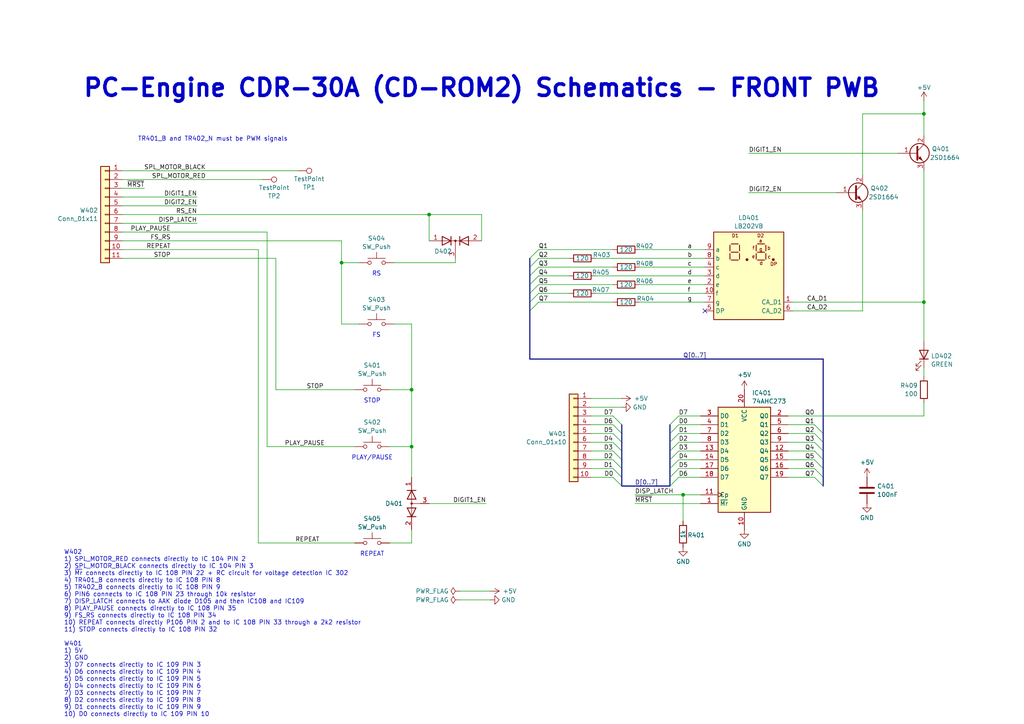
<source format=kicad_sch>
(kicad_sch (version 20231120) (generator "eeschema") (generator_version "8.0")
  (paper "A4")
  (title_block (title "PC-Engine CDR-30A (CD-ROM2) Schematics - FRONT PWB") (date "2024-05-03") (rev "0.1") (company "Author: Regis Galland"))
  (lib_symbols
    (symbol "74xx:74AHC273"
      (property "Reference" "U" (at -7.62 16.51 0))
      (property "Value" "74AHC273" (at -7.62 -16.51 0))
      (symbol "74AHC273_1_0"
        (pin input line (at -12.7 -12.7 0) (length 5.08) (name "~{Mr}") (number "1"))
        (pin power_in line (at 0 -20.32 90) (length 5.08) (name "GND") (number "10"))
        (pin input clock (at -12.7 -10.16 0) (length 5.08) (name "Cp") (number "11"))
        (pin output line (at 12.7 2.54 180) (length 5.08) (name "Q4") (number "12"))
        (pin input line (at -12.7 2.54 0) (length 5.08) (name "D4") (number "13"))
        (pin input line (at -12.7 0 0) (length 5.08) (name "D5") (number "14"))
        (pin output line (at 12.7 0 180) (length 5.08) (name "Q5") (number "15"))
        (pin output line (at 12.7 -2.54 180) (length 5.08) (name "Q6") (number "16"))
        (pin input line (at -12.7 -2.54 0) (length 5.08) (name "D6") (number "17"))
        (pin input line (at -12.7 -5.08 0) (length 5.08) (name "D7") (number "18"))
        (pin output line (at 12.7 -5.08 180) (length 5.08) (name "Q7") (number "19"))
        (pin output line (at 12.7 12.7 180) (length 5.08) (name "Q0") (number "2"))
        (pin power_in line (at 0 20.32 270) (length 5.08) (name "VCC") (number "20"))
        (pin input line (at -12.7 12.7 0) (length 5.08) (name "D0") (number "3"))
        (pin input line (at -12.7 10.16 0) (length 5.08) (name "D1") (number "4"))
        (pin output line (at 12.7 10.16 180) (length 5.08) (name "Q1") (number "5"))
        (pin output line (at 12.7 7.62 180) (length 5.08) (name "Q2") (number "6"))
        (pin input line (at -12.7 7.62 0) (length 5.08) (name "D2") (number "7"))
        (pin input line (at -12.7 5.08 0) (length 5.08) (name "D3") (number "8"))
        (pin output line (at 12.7 5.08 180) (length 5.08) (name "Q3") (number "9"))
      )
      (symbol "74AHC273_1_1"
        (rectangle (start -7.62 15.24) (end 7.62 -15.24) (stroke (width 0.254)) (fill (type background)))
      )
    )
    (symbol "Connector:TestPoint" (pin_numbers hide) (pin_names (offset 0.762) hide)
      (property "Reference" "TP" (at 0 6.858 0))
      (property "Value" "TestPoint" (at 0 5.08 0))
      (symbol "TestPoint_0_1"
        (circle (center 0 3.302) (radius 0.762))
      )
      (symbol "TestPoint_1_1"
        (pin passive line (at 0 0 90) (length 2.54) (name "1") (number "1"))
      )
    )
    (symbol "Connector_Generic:Conn_01x10" (pin_names (offset 1.016) hide)
      (property "Reference" "J" (at 0 12.7 0))
      (property "Value" "Conn_01x10" (at 0 -15.24 0))
      (symbol "Conn_01x10_1_1"
        (rectangle (start -1.27 -12.573) (end 0 -12.827) (stroke (width 0.1524)))
        (rectangle (start -1.27 -10.033) (end 0 -10.287) (stroke (width 0.1524)))
        (rectangle (start -1.27 -7.493) (end 0 -7.747) (stroke (width 0.1524)))
        (rectangle (start -1.27 -4.953) (end 0 -5.207) (stroke (width 0.1524)))
        (rectangle (start -1.27 -2.413) (end 0 -2.667) (stroke (width 0.1524)))
        (rectangle (start -1.27 0.127) (end 0 -0.127) (stroke (width 0.1524)))
        (rectangle (start -1.27 2.667) (end 0 2.413) (stroke (width 0.1524)))
        (rectangle (start -1.27 5.207) (end 0 4.953) (stroke (width 0.1524)))
        (rectangle (start -1.27 7.747) (end 0 7.493) (stroke (width 0.1524)))
        (rectangle (start -1.27 10.287) (end 0 10.033) (stroke (width 0.1524)))
        (rectangle (start -1.27 11.43) (end 1.27 -13.97) (stroke (width 0.254)) (fill (type background)))
        (pin passive line (at -5.08 10.16 0) (length 3.81) (name "Pin_1") (number "1"))
        (pin passive line (at -5.08 -12.7 0) (length 3.81) (name "Pin_10") (number "10"))
        (pin passive line (at -5.08 7.62 0) (length 3.81) (name "Pin_2") (number "2"))
        (pin passive line (at -5.08 5.08 0) (length 3.81) (name "Pin_3") (number "3"))
        (pin passive line (at -5.08 2.54 0) (length 3.81) (name "Pin_4") (number "4"))
        (pin passive line (at -5.08 0 0) (length 3.81) (name "Pin_5") (number "5"))
        (pin passive line (at -5.08 -2.54 0) (length 3.81) (name "Pin_6") (number "6"))
        (pin passive line (at -5.08 -5.08 0) (length 3.81) (name "Pin_7") (number "7"))
        (pin passive line (at -5.08 -7.62 0) (length 3.81) (name "Pin_8") (number "8"))
        (pin passive line (at -5.08 -10.16 0) (length 3.81) (name "Pin_9") (number "9"))
      )
    )
    (symbol "Connector_Generic:Conn_01x11" (pin_names (offset 1.016) hide)
      (property "Reference" "J" (at 0 15.24 0))
      (property "Value" "Conn_01x11" (at 0 -15.24 0))
      (symbol "Conn_01x11_1_1"
        (rectangle (start -1.27 -12.573) (end 0 -12.827) (stroke (width 0.1524)))
        (rectangle (start -1.27 -10.033) (end 0 -10.287) (stroke (width 0.1524)))
        (rectangle (start -1.27 -7.493) (end 0 -7.747) (stroke (width 0.1524)))
        (rectangle (start -1.27 -4.953) (end 0 -5.207) (stroke (width 0.1524)))
        (rectangle (start -1.27 -2.413) (end 0 -2.667) (stroke (width 0.1524)))
        (rectangle (start -1.27 0.127) (end 0 -0.127) (stroke (width 0.1524)))
        (rectangle (start -1.27 2.667) (end 0 2.413) (stroke (width 0.1524)))
        (rectangle (start -1.27 5.207) (end 0 4.953) (stroke (width 0.1524)))
        (rectangle (start -1.27 7.747) (end 0 7.493) (stroke (width 0.1524)))
        (rectangle (start -1.27 10.287) (end 0 10.033) (stroke (width 0.1524)))
        (rectangle (start -1.27 12.827) (end 0 12.573) (stroke (width 0.1524)))
        (rectangle (start -1.27 13.97) (end 1.27 -13.97) (stroke (width 0.254)) (fill (type background)))
        (pin passive line (at -5.08 12.7 0) (length 3.81) (name "Pin_1") (number "1"))
        (pin passive line (at -5.08 -10.16 0) (length 3.81) (name "Pin_10") (number "10"))
        (pin passive line (at -5.08 -12.7 0) (length 3.81) (name "Pin_11") (number "11"))
        (pin passive line (at -5.08 10.16 0) (length 3.81) (name "Pin_2") (number "2"))
        (pin passive line (at -5.08 7.62 0) (length 3.81) (name "Pin_3") (number "3"))
        (pin passive line (at -5.08 5.08 0) (length 3.81) (name "Pin_4") (number "4"))
        (pin passive line (at -5.08 2.54 0) (length 3.81) (name "Pin_5") (number "5"))
        (pin passive line (at -5.08 0 0) (length 3.81) (name "Pin_6") (number "6"))
        (pin passive line (at -5.08 -2.54 0) (length 3.81) (name "Pin_7") (number "7"))
        (pin passive line (at -5.08 -5.08 0) (length 3.81) (name "Pin_8") (number "8"))
        (pin passive line (at -5.08 -7.62 0) (length 3.81) (name "Pin_9") (number "9"))
      )
    )
    (symbol "Device:C" (pin_numbers hide) (pin_names (offset 0.254))
      (property "Reference" "C" (at 0.635 2.54 0))
      (property "Value" "C" (at 0.635 -2.54 0))
      (symbol "C_0_1"
        (polyline (pts (xy -2.032 -0.762) (xy 2.032 -0.762)) (stroke (width 0.508)))
        (polyline (pts (xy -2.032 0.762) (xy 2.032 0.762)) (stroke (width 0.508)))
      )
      (symbol "C_1_1"
        (pin passive line (at 0 3.81 270) (length 2.794) (name "~") (number "1"))
        (pin passive line (at 0 -3.81 90) (length 2.794) (name "~") (number "2"))
      )
    )
    (symbol "Device:D_Dual_CommonAnode_KKA" (pin_names (offset 0.762) hide)
      (property "Reference" "D" (at 1.27 -2.54 0))
      (property "Value" "D_Dual_CommonAnode_KKA" (at 0 2.54 0))
      (symbol "D_Dual_CommonAnode_KKA_0_1"
        (polyline (pts (xy -3.81 0) (xy 3.81 0)))
        (polyline (pts (xy 0 0) (xy 0 -2.54)))
        (polyline (pts (xy -3.81 1.27) (xy -3.81 -1.27) (xy -3.81 -1.27)) (stroke (width 0.254)))
        (polyline (pts (xy 3.81 1.27) (xy 3.81 -1.27) (xy 3.81 -1.27)) (stroke (width 0.254)))
        (polyline (pts (xy -1.27 -1.27) (xy -3.81 0) (xy -1.27 1.27) (xy -1.27 -1.27) (xy -1.27 -1.27) (xy -1.27 -1.27)) (stroke (width 0.254)))
        (polyline (pts (xy 1.27 1.27) (xy 3.81 0) (xy 1.27 -1.27) (xy 1.27 1.27) (xy 1.27 1.27) (xy 1.27 1.27)) (stroke (width 0.254)))
        (circle (center 0 0) (radius 0.254) (fill (type outline)))
        (pin passive line (at -7.62 0 0) (length 3.81) (name "K") (number "1"))
        (pin passive line (at 7.62 0 180) (length 3.81) (name "K") (number "2"))
        (pin passive line (at 0 -5.08 90) (length 2.54) (name "A") (number "3"))
      )
    )
    (symbol "Device:D_Dual_CommonCathode_AAK" (pin_names (offset 0.762) hide)
      (property "Reference" "D" (at 1.27 -2.54 0))
      (property "Value" "D_Dual_CommonCathode_AAK" (at 0 2.54 0))
      (symbol "D_Dual_CommonCathode_AAK_0_1"
        (polyline (pts (xy -3.81 0) (xy 3.81 0)))
        (polyline (pts (xy 0 0) (xy 0 -2.54)))
        (polyline (pts (xy -1.27 -1.27) (xy -1.27 1.27) (xy -1.27 1.27)) (stroke (width 0.254)))
        (polyline (pts (xy 1.27 -1.27) (xy 1.27 1.27) (xy 1.27 1.27)) (stroke (width 0.254)))
        (polyline (pts (xy -3.81 1.27) (xy -1.27 0) (xy -3.81 -1.27) (xy -3.81 1.27) (xy -3.81 1.27) (xy -3.81 1.27)) (stroke (width 0.254)))
        (polyline (pts (xy 3.81 -1.27) (xy 1.27 0) (xy 3.81 1.27) (xy 3.81 -1.27) (xy 3.81 -1.27) (xy 3.81 -1.27)) (stroke (width 0.254)))
        (circle (center 0 0) (radius 0.254) (fill (type outline)))
        (pin passive line (at -7.62 0 0) (length 3.81) (name "A") (number "1"))
        (pin passive line (at 7.62 0 180) (length 3.81) (name "A") (number "2"))
        (pin passive line (at 0 -5.08 90) (length 2.54) (name "K") (number "3"))
      )
    )
    (symbol "Device:LED" (pin_numbers hide) (pin_names (offset 1.016) hide)
      (property "Reference" "D" (at 0 2.54 0))
      (property "Value" "LED" (at 0 -2.54 0))
      (symbol "LED_0_1"
        (polyline (pts (xy -1.27 -1.27) (xy -1.27 1.27)) (stroke (width 0.254)))
        (polyline (pts (xy -1.27 0) (xy 1.27 0)))
        (polyline (pts (xy 1.27 -1.27) (xy 1.27 1.27) (xy -1.27 0) (xy 1.27 -1.27)) (stroke (width 0.254)))
        (polyline (pts (xy -3.048 -0.762) (xy -4.572 -2.286) (xy -3.81 -2.286) (xy -4.572 -2.286) (xy -4.572 -1.524)))
        (polyline (pts (xy -1.778 -0.762) (xy -3.302 -2.286) (xy -2.54 -2.286) (xy -3.302 -2.286) (xy -3.302 -1.524)))
      )
      (symbol "LED_1_1"
        (pin passive line (at -3.81 0 0) (length 2.54) (name "K") (number "1"))
        (pin passive line (at 3.81 0 180) (length 2.54) (name "A") (number "2"))
      )
    )
    (symbol "Device:R" (pin_numbers hide) (pin_names (offset 0))
      (property "Reference" "R" (at 2.032 0 90))
      (property "Value" "R" (at 0 0 90))
      (symbol "R_0_1"
        (rectangle (start -1.016 -2.54) (end 1.016 2.54) (stroke (width 0.254)))
      )
      (symbol "R_1_1"
        (pin passive line (at 0 3.81 270) (length 1.27) (name "~") (number "1"))
        (pin passive line (at 0 -3.81 90) (length 1.27) (name "~") (number "2"))
      )
    )
    (symbol "PC-Engine_CDR-30:2SD1664" (pin_names hide)
      (property "Reference" "Q" (at 10.668 1.016 0))
      (property "Value" "2SD1664" (at 13.716 -1.27 0))
      (symbol "2SD1664_0_1"
        (polyline (pts (xy 5.08 0) (xy 5.715 0)))
        (polyline (pts (xy 7.62 -2.54) (xy 5.715 -0.635)))
        (polyline (pts (xy 7.62 2.54) (xy 5.715 0.635)))
        (polyline (pts (xy 5.715 1.905) (xy 5.715 -1.905) (xy 5.715 -1.905)) (stroke (width 0.508)) (fill (type outline)))
        (polyline (pts (xy 6.604 -1.016) (xy 6.096 -1.524) (xy 7.112 -2.032) (xy 6.604 -1.016) (xy 6.604 -1.016)) (fill (type outline)))
        (circle (center 6.35 0) (radius 2.8194) (stroke (width 0.254)))
      )
      (symbol "2SD1664_1_1"
        (pin input line (at 0 0 0) (length 5.08) (name "B") (number "1"))
        (pin passive line (at 7.62 5.08 270) (length 2.54) (name "C") (number "2"))
        (pin passive line (at 7.62 -5.08 90) (length 2.54) (name "E") (number "3"))
      )
    )
    (symbol "PC-Engine_CDR-30:LB202VB"
      (property "Reference" "LD" (at 0 16.8445 0))
      (property "Value" "LB202VB" (at 0 14.4202 0))
      (symbol "LB202VB_0_0"
        (text "a" (at 3.4544 10.1854 0) (effects (font (size 0.9906 0.9906))))
        (text "b" (at 5.842 8.0772 0) (effects (font (size 0.9906 0.9906))))
        (text "c" (at 5.9436 5.5372 0) (effects (font (size 0.9906 0.9906))))
        (text "d" (at 3.6068 3.683 0) (effects (font (size 0.9906 0.9906))))
        (text "D1" (at -3.937 11.684 0) (effects (font (size 0.9906 0.9906))))
        (text "D2" (at 3.429 11.684 0) (effects (font (size 0.9906 0.9906))))
        (text "DP" (at 7.239 3.429 0) (effects (font (size 0.9906 0.9906))))
        (text "e" (at 1.3716 5.6388 0) (effects (font (size 0.9906 0.9906))))
        (text "f" (at 1.3716 8.1026 0) (effects (font (size 0.9906 0.9906))))
        (text "g" (at 3.5052 7.7216 0) (effects (font (size 0.9906 0.9906))))
      )
      (symbol "LB202VB_0_1"
        (rectangle (start -10.16 12.7) (end 10.16 -12.7) (stroke (width 0.254)) (fill (type background)))
        (circle (center -0.508 4.699) (radius 0.2794) (stroke (width 0.254)) (fill (type outline)))
        (polyline (pts (xy -5.461 4.826) (xy -5.461 6.477)) (stroke (width 0.254)))
        (polyline (pts (xy -5.461 7.239) (xy -5.461 8.89)) (stroke (width 0.254)))
        (polyline (pts (xy -5.08 4.572) (xy -3.048 4.572)) (stroke (width 0.254)))
        (polyline (pts (xy -5.08 6.858) (xy -3.048 6.858)) (stroke (width 0.254)))
        (polyline (pts (xy -5.08 9.271) (xy -3.048 9.271)) (stroke (width 0.254)))
        (polyline (pts (xy -2.667 4.826) (xy -2.667 6.477)) (stroke (width 0.254)))
        (polyline (pts (xy -2.667 7.239) (xy -2.667 8.89)) (stroke (width 0.254)))
        (polyline (pts (xy 2.159 4.826) (xy 2.159 6.477)) (stroke (width 0.254)))
        (polyline (pts (xy 2.159 7.239) (xy 2.159 8.89)) (stroke (width 0.254)))
        (polyline (pts (xy 2.54 4.572) (xy 4.572 4.572)) (stroke (width 0.254)))
        (polyline (pts (xy 2.54 6.858) (xy 4.572 6.858)) (stroke (width 0.254)))
        (polyline (pts (xy 2.54 9.271) (xy 4.572 9.271)) (stroke (width 0.254)))
        (polyline (pts (xy 4.953 4.826) (xy 4.953 6.477)) (stroke (width 0.254)))
        (polyline (pts (xy 4.953 7.239) (xy 4.953 8.89)) (stroke (width 0.254)))
        (circle (center 7.112 4.699) (radius 0.2794) (stroke (width 0.254)) (fill (type outline)))
      )
      (symbol "LB202VB_1_1"
        (pin input line (at 12.7 -7.62 180) (length 2.54) (name "CA_D1") (number "1"))
        (pin input line (at -12.7 -5.08 0) (length 2.54) (name "f") (number "10"))
        (pin input line (at -12.7 -2.54 0) (length 2.54) (name "e") (number "2"))
        (pin input line (at -12.7 0 0) (length 2.54) (name "d") (number "3"))
        (pin input line (at -12.7 2.54 0) (length 2.54) (name "c") (number "4"))
        (pin input line (at -12.7 -10.16 0) (length 2.54) (name "DP") (number "5"))
        (pin input line (at 12.7 -10.16 180) (length 2.54) (name "CA_D2") (number "6"))
        (pin input line (at -12.7 -7.62 0) (length 2.54) (name "g") (number "7"))
        (pin input line (at -12.7 5.08 0) (length 2.54) (name "b") (number "8"))
        (pin input line (at -12.7 7.62 0) (length 2.54) (name "a") (number "9"))
      )
    )
    (symbol "Switch:SW_Push" (pin_numbers hide) (pin_names (offset 1.016) hide)
      (property "Reference" "SW" (at 1.27 2.54 0))
      (property "Value" "SW_Push" (at 0 -1.524 0))
      (symbol "SW_Push_0_1"
        (circle (center -2.032 0) (radius 0.508))
        (polyline (pts (xy 0 1.27) (xy 0 3.048)))
        (polyline (pts (xy 2.54 1.27) (xy -2.54 1.27)))
        (circle (center 2.032 0) (radius 0.508))
        (pin passive line (at -5.08 0 0) (length 2.54) (name "1") (number "1"))
        (pin passive line (at 5.08 0 180) (length 2.54) (name "2") (number "2"))
      )
    )
    (symbol "power:+5V" (power) (pin_numbers hide) (pin_names (offset 0) hide)
      (property "Value" "+5V" (at 0 3.556 0))
      (symbol "+5V_0_1"
        (polyline (pts (xy -0.762 1.27) (xy 0 2.54)))
        (polyline (pts (xy 0 0) (xy 0 2.54)))
        (polyline (pts (xy 0 2.54) (xy 0.762 1.27)))
      )
      (symbol "+5V_1_1"
        (pin power_in line (at 0 0 90) (length 0) (name "~") (number "1"))
      )
    )
    (symbol "power:GND" (power) (pin_numbers hide) (pin_names (offset 0) hide)
      (property "Value" "GND" (at 0 -3.81 0))
      (symbol "GND_0_1"
        (polyline (pts (xy 0 0) (xy 0 -1.27) (xy 1.27 -1.27) (xy 0 -2.54) (xy -1.27 -1.27) (xy 0 -1.27)))
      )
      (symbol "GND_1_1"
        (pin power_in line (at 0 0 270) (length 0) (name "~") (number "1"))
      )
    )
    (symbol "power:PWR_FLAG" (power) (pin_numbers hide) (pin_names (offset 0) hide)
      (property "Value" "PWR_FLAG" (at 0 3.81 0))
      (symbol "PWR_FLAG_0_0"
        (pin power_out line (at 0 0 90) (length 0) (name "~") (number "1"))
      )
      (symbol "PWR_FLAG_0_1"
        (polyline (pts (xy 0 0) (xy 0 1.27) (xy -1.016 1.905) (xy 0 2.54) (xy 1.016 1.905) (xy 0 1.27)))
      )
    )
  )
  (junction (at 198.12 143.51))
  (junction (at 119.38 113.03))
  (junction (at 267.97 87.63))
  (junction (at 99.06 76.2))
  (junction (at 119.38 129.54))
  (junction (at 267.97 33.02))
  (junction (at 124.46 62.23))
  (no_connect (at 204.47 90.17))
  (bus_entry (at 177.8 130.81) (size 2.54 2.54))
  (bus_entry (at 177.8 125.73) (size 2.54 2.54))
  (bus_entry (at 196.85 135.89) (size -2.54 2.54))
  (bus_entry (at 156.21 80.01) (size -2.54 2.54))
  (bus_entry (at 196.85 133.35) (size -2.54 2.54))
  (bus_entry (at 177.8 128.27) (size 2.54 2.54))
  (bus_entry (at 236.22 125.73) (size 2.54 2.54))
  (bus_entry (at 236.22 130.81) (size 2.54 2.54))
  (bus_entry (at 196.85 138.43) (size -2.54 2.54))
  (bus_entry (at 236.22 128.27) (size 2.54 2.54))
  (bus_entry (at 236.22 133.35) (size 2.54 2.54))
  (bus_entry (at 156.21 82.55) (size -2.54 2.54))
  (bus_entry (at 177.8 138.43) (size 2.54 2.54))
  (bus_entry (at 156.21 74.93) (size -2.54 2.54))
  (bus_entry (at 196.85 128.27) (size -2.54 2.54))
  (bus_entry (at 196.85 130.81) (size -2.54 2.54))
  (bus_entry (at 236.22 135.89) (size 2.54 2.54))
  (bus_entry (at 236.22 123.19) (size 2.54 2.54))
  (bus_entry (at 177.8 123.19) (size 2.54 2.54))
  (bus_entry (at 156.21 77.47) (size -2.54 2.54))
  (bus_entry (at 177.8 120.65) (size 2.54 2.54))
  (bus_entry (at 156.21 72.39) (size -2.54 2.54))
  (bus_entry (at 177.8 135.89) (size 2.54 2.54))
  (bus_entry (at 177.8 133.35) (size 2.54 2.54))
  (bus_entry (at 196.85 123.19) (size -2.54 2.54))
  (bus_entry (at 236.22 138.43) (size 2.54 2.54))
  (bus_entry (at 156.21 85.09) (size -2.54 2.54))
  (bus_entry (at 156.21 87.63) (size -2.54 2.54))
  (bus_entry (at 196.85 125.73) (size -2.54 2.54))
  (bus_entry (at 196.85 120.65) (size -2.54 2.54))
  (wire (pts (xy 119.38 157.48) (xy 113.03 157.48)))
  (wire (pts (xy 57.15 57.15) (xy 35.56 57.15)))
  (wire (pts (xy 171.45 118.11) (xy 180.34 118.11)))
  (bus (pts (xy 180.34 128.27) (xy 180.34 130.81)))
  (wire (pts (xy 133.35 173.99) (xy 142.24 173.99)))
  (bus (pts (xy 194.31 133.35) (xy 194.31 135.89)))
  (wire (pts (xy 57.15 59.69) (xy 35.56 59.69)))
  (bus (pts (xy 180.34 125.73) (xy 180.34 128.27)))
  (wire (pts (xy 124.46 62.23) (xy 124.46 69.85)))
  (wire (pts (xy 156.21 85.09) (xy 165.1 85.09)))
  (wire (pts (xy 77.47 67.31) (xy 77.47 129.54)))
  (wire (pts (xy 172.72 85.09) (xy 204.47 85.09)))
  (wire (pts (xy 229.87 87.63) (xy 267.97 87.63)))
  (wire (pts (xy 198.12 143.51) (xy 203.2 143.51)))
  (wire (pts (xy 267.97 39.37) (xy 267.97 33.02)))
  (wire (pts (xy 156.21 87.63) (xy 177.8 87.63)))
  (bus (pts (xy 180.34 130.81) (xy 180.34 133.35)))
  (wire (pts (xy 217.17 55.88) (xy 242.57 55.88)))
  (wire (pts (xy 99.06 93.98) (xy 104.14 93.98)))
  (wire (pts (xy 156.21 72.39) (xy 177.8 72.39)))
  (wire (pts (xy 74.93 72.39) (xy 35.56 72.39)))
  (bus (pts (xy 238.76 128.27) (xy 238.76 130.81)))
  (wire (pts (xy 196.85 138.43) (xy 203.2 138.43)))
  (bus (pts (xy 180.34 135.89) (xy 180.34 138.43)))
  (bus (pts (xy 153.67 82.55) (xy 153.67 85.09)))
  (wire (pts (xy 156.21 82.55) (xy 177.8 82.55)))
  (wire (pts (xy 185.42 87.63) (xy 204.47 87.63)))
  (wire (pts (xy 196.85 125.73) (xy 203.2 125.73)))
  (wire (pts (xy 156.21 77.47) (xy 177.8 77.47)))
  (bus (pts (xy 153.67 80.01) (xy 153.67 82.55)))
  (bus (pts (xy 238.76 135.89) (xy 238.76 138.43)))
  (wire (pts (xy 198.12 151.13) (xy 198.12 143.51)))
  (wire (pts (xy 119.38 113.03) (xy 119.38 129.54)))
  (bus (pts (xy 194.31 130.81) (xy 194.31 133.35)))
  (wire (pts (xy 236.22 128.27) (xy 228.6 128.27)))
  (wire (pts (xy 156.21 74.93) (xy 165.1 74.93)))
  (wire (pts (xy 196.85 130.81) (xy 203.2 130.81)))
  (wire (pts (xy 229.87 90.17) (xy 250.19 90.17)))
  (wire (pts (xy 139.7 62.23) (xy 124.46 62.23)))
  (wire (pts (xy 35.56 69.85) (xy 99.06 69.85)))
  (bus (pts (xy 180.34 140.97) (xy 194.31 140.97)))
  (wire (pts (xy 119.38 93.98) (xy 119.38 113.03)))
  (wire (pts (xy 236.22 133.35) (xy 228.6 133.35)))
  (wire (pts (xy 99.06 69.85) (xy 99.06 76.2)))
  (wire (pts (xy 77.47 67.31) (xy 35.56 67.31)))
  (wire (pts (xy 185.42 77.47) (xy 204.47 77.47)))
  (wire (pts (xy 236.22 130.81) (xy 228.6 130.81)))
  (bus (pts (xy 194.31 135.89) (xy 194.31 138.43)))
  (wire (pts (xy 177.8 130.81) (xy 171.45 130.81)))
  (wire (pts (xy 74.93 157.48) (xy 102.87 157.48)))
  (wire (pts (xy 267.97 87.63) (xy 267.97 99.06)))
  (wire (pts (xy 185.42 72.39) (xy 204.47 72.39)))
  (wire (pts (xy 172.72 74.93) (xy 204.47 74.93)))
  (bus (pts (xy 153.67 104.14) (xy 238.76 104.14)))
  (bus (pts (xy 194.31 123.19) (xy 194.31 125.73)))
  (wire (pts (xy 250.19 33.02) (xy 267.97 33.02)))
  (bus (pts (xy 153.67 77.47) (xy 153.67 80.01)))
  (wire (pts (xy 140.97 146.05) (xy 124.46 146.05)))
  (bus (pts (xy 153.67 104.14) (xy 153.67 90.17)))
  (wire (pts (xy 177.8 123.19) (xy 171.45 123.19)))
  (wire (pts (xy 228.6 120.65) (xy 267.97 120.65)))
  (wire (pts (xy 99.06 76.2) (xy 99.06 93.98)))
  (wire (pts (xy 80.01 113.03) (xy 102.87 113.03)))
  (wire (pts (xy 99.06 76.2) (xy 104.14 76.2)))
  (wire (pts (xy 185.42 82.55) (xy 204.47 82.55)))
  (bus (pts (xy 238.76 133.35) (xy 238.76 135.89)))
  (wire (pts (xy 250.19 60.96) (xy 250.19 90.17)))
  (wire (pts (xy 171.45 115.57) (xy 180.34 115.57)))
  (bus (pts (xy 153.67 87.63) (xy 153.67 90.17)))
  (wire (pts (xy 267.97 116.84) (xy 267.97 120.65)))
  (wire (pts (xy 74.93 72.39) (xy 74.93 157.48)))
  (wire (pts (xy 139.7 69.85) (xy 139.7 62.23)))
  (wire (pts (xy 172.72 80.01) (xy 204.47 80.01)))
  (bus (pts (xy 238.76 125.73) (xy 238.76 128.27)))
  (bus (pts (xy 153.67 85.09) (xy 153.67 87.63)))
  (wire (pts (xy 177.8 135.89) (xy 171.45 135.89)))
  (wire (pts (xy 57.15 64.77) (xy 35.56 64.77)))
  (bus (pts (xy 180.34 138.43) (xy 180.34 140.97)))
  (bus (pts (xy 194.31 125.73) (xy 194.31 128.27)))
  (wire (pts (xy 236.22 138.43) (xy 228.6 138.43)))
  (bus (pts (xy 180.34 133.35) (xy 180.34 135.89)))
  (bus (pts (xy 238.76 130.81) (xy 238.76 133.35)))
  (wire (pts (xy 267.97 87.63) (xy 267.97 49.53)))
  (wire (pts (xy 86.36 49.53) (xy 35.56 49.53)))
  (wire (pts (xy 77.47 129.54) (xy 102.87 129.54)))
  (wire (pts (xy 184.15 146.05) (xy 203.2 146.05)))
  (wire (pts (xy 267.97 29.21) (xy 267.97 33.02)))
  (wire (pts (xy 119.38 157.48) (xy 119.38 153.67)))
  (bus (pts (xy 238.76 138.43) (xy 238.76 140.97)))
  (wire (pts (xy 119.38 129.54) (xy 113.03 129.54)))
  (wire (pts (xy 114.3 76.2) (xy 132.08 76.2)))
  (wire (pts (xy 156.21 80.01) (xy 165.1 80.01)))
  (wire (pts (xy 236.22 125.73) (xy 228.6 125.73)))
  (wire (pts (xy 250.19 33.02) (xy 250.19 50.8)))
  (bus (pts (xy 194.31 138.43) (xy 194.31 140.97)))
  (wire (pts (xy 196.85 128.27) (xy 203.2 128.27)))
  (wire (pts (xy 196.85 120.65) (xy 203.2 120.65)))
  (wire (pts (xy 196.85 123.19) (xy 203.2 123.19)))
  (wire (pts (xy 80.01 74.93) (xy 35.56 74.93)))
  (wire (pts (xy 236.22 135.89) (xy 228.6 135.89)))
  (wire (pts (xy 177.8 138.43) (xy 171.45 138.43)))
  (bus (pts (xy 194.31 128.27) (xy 194.31 130.81)))
  (wire (pts (xy 184.15 143.51) (xy 198.12 143.51)))
  (wire (pts (xy 114.3 93.98) (xy 119.38 93.98)))
  (wire (pts (xy 177.8 125.73) (xy 171.45 125.73)))
  (bus (pts (xy 180.34 123.19) (xy 180.34 125.73)))
  (wire (pts (xy 217.17 44.45) (xy 260.35 44.45)))
  (wire (pts (xy 267.97 106.68) (xy 267.97 109.22)))
  (wire (pts (xy 236.22 123.19) (xy 228.6 123.19)))
  (wire (pts (xy 177.8 133.35) (xy 171.45 133.35)))
  (wire (pts (xy 196.85 135.89) (xy 203.2 135.89)))
  (wire (pts (xy 124.46 62.23) (xy 35.56 62.23)))
  (wire (pts (xy 177.8 120.65) (xy 171.45 120.65)))
  (bus (pts (xy 153.67 74.93) (xy 153.67 77.47)))
  (wire (pts (xy 119.38 113.03) (xy 113.03 113.03)))
  (wire (pts (xy 80.01 74.93) (xy 80.01 113.03)))
  (wire (pts (xy 177.8 128.27) (xy 171.45 128.27)))
  (wire (pts (xy 41.91 54.61) (xy 35.56 54.61)))
  (wire (pts (xy 76.2 52.07) (xy 35.56 52.07)))
  (wire (pts (xy 196.85 133.35) (xy 203.2 133.35)))
  (wire (pts (xy 132.08 74.93) (xy 132.08 76.2)))
  (wire (pts (xy 133.35 171.45) (xy 142.24 171.45)))
  (bus (pts (xy 238.76 104.14) (xy 238.76 125.73)))
  (wire (pts (xy 119.38 129.54) (xy 119.38 138.43)))
  (text "TR401_B and TR402_N must be PWM signals" (at 61.722 40.386 0) (effects (font (size 1.27 1.27))))
  (text "STOP" (at 107.95 116.332 0) (effects (font (size 1.27 1.27))))
  (text "FS" (at 109.22 97.282 0) (effects (font (size 1.27 1.27))))
  (text "W402\n1) SPL_MOTOR_RED connects directly to IC 104 PIN 2\n2) SPL_MOTOR_BLACK connects directly to IC 104 PIN 3\n3) ~{Mr} connects directly to IC 108 PIN 22 + RC circuit for voltage detection IC 302\n4) TR401_B connects directly to IC 108 PIN 8\n5) TR402_B connects directly to IC 108 PIN 9\n6) PIN6 connects to IC 108 PIN 23 through 10k resistor\n7) DISP_LATCH connects to AAK diode D105 and then IC108 and IC109\n8) PLAY_PAUSE connects directly to IC 108 PIN 35\n9) FS_RS connects directly to IC 108 PIN 34\n10) REPEAT connects directly P106 PIN 2 and to IC 108 PIN 33 through a 2k2 resistor\n11) STOP connects directly to IC 108 PIN 32 \n\nW401\n1) 5V\n2) GND\n3) D7 connects directly to IC 109 PIN 3\n4) D6 connects directly to IC 109 PIN 4\n5) D5 connects directly to IC 109 PIN 5\n6) D4 connects directly to IC 109 PIN 6\n7) D3 connects directly to IC 109 PIN 7\n8) D2 connects directly to IC 109 PIN 8\n9) D1 connects directly to IC 109 PIN 9\n10) D0 connects directly to IC 109 PIN 10" (at 18.542 208.026 0) (effects (font (size 1.27 1.27)) (justify left bottom)))
  (text "RS" (at 109.22 79.502 0) (effects (font (size 1.27 1.27))))
  (text "REPEAT" (at 107.95 160.782 0) (effects (font (size 1.27 1.27))))
  (text "PLAY/PAUSE" (at 107.95 132.842 0) (effects (font (size 1.27 1.27))))
  (text "PC-Engine CDR-30A (CD-ROM2) Schematics - FRONT PWB" (at 139.7 25.654 0) (effects (font (size 5 5) (thickness 1) (bold yes))))
  (label "FS_RS" (at 49.53 69.85 180))
  (label "Q6" (at 236.22 135.89 180))
  (label "b" (at 199.39 74.93 0))
  (label "~{MRST}" (at 184.15 146.05 0))
  (label "D4" (at 196.85 133.35 0))
  (label "Q5" (at 156.21 82.55 0))
  (label "SPL_MOTOR_BLACK" (at 59.69 49.53 180))
  (label "Q2" (at 156.21 74.93 0))
  (label "Q5" (at 236.22 133.35 180))
  (label "DIGIT1_EN" (at 140.97 146.05 180))
  (label "REPEAT" (at 49.53 72.39 180))
  (label "D2" (at 196.85 128.27 0))
  (label "DIGIT1_EN" (at 217.17 44.45 0))
  (label "DIGIT1_EN" (at 57.15 57.15 180))
  (label "Q7" (at 236.22 138.43 180))
  (label "D6" (at 196.85 138.43 0))
  (label "D7" (at 196.85 120.65 0))
  (label "RS_EN" (at 57.15 62.23 180))
  (label "g" (at 199.39 87.63 0))
  (label "D3" (at 196.85 130.81 0))
  (label "D7" (at 177.8 120.65 180))
  (label "Q7" (at 156.21 87.63 0))
  (label "a" (at 199.39 72.39 0))
  (label "D2" (at 177.8 133.35 180))
  (label "D0" (at 175.26 138.43 0))
  (label "D0" (at 196.85 123.19 0))
  (label "CA_D2" (at 240.03 90.17 180))
  (label "c" (at 199.39 77.47 0))
  (label "DIGIT2_EN" (at 217.17 55.88 0))
  (label "Q0" (at 236.22 120.65 180))
  (label "STOP" (at 88.9 113.03 0))
  (label "D4" (at 177.8 128.27 180))
  (label "Q2" (at 236.22 125.73 180))
  (label "Q1" (at 156.21 72.39 0))
  (label "f" (at 199.39 85.09 0))
  (label "~{MRST}" (at 41.91 54.61 180))
  (label "d" (at 199.39 80.01 0))
  (label "Q[0..7]" (at 198.12 104.14 0))
  (label "Q6" (at 156.21 85.09 0))
  (label "Q4" (at 236.22 130.81 180))
  (label "Q3" (at 156.21 77.47 0))
  (label "Q1" (at 236.22 123.19 180))
  (label "D[0..7]" (at 184.15 140.97 0))
  (label "e" (at 199.39 82.55 0))
  (label "D1" (at 196.85 125.73 0))
  (label "D6" (at 177.8 123.19 180))
  (label "Q4" (at 156.21 80.01 0))
  (label "STOP" (at 49.53 74.93 180))
  (label "CA_D1" (at 240.03 87.63 180))
  (label "Q3" (at 236.22 128.27 180))
  (label "D5" (at 177.8 125.73 180))
  (label "DISP_LATCH" (at 57.15 64.77 180))
  (label "DISP_LATCH" (at 184.15 143.51 0))
  (label "D3" (at 177.8 130.81 180))
  (label "PLAY_PAUSE" (at 82.55 129.54 0))
  (label "D1" (at 177.8 135.89 180))
  (label "DIGIT2_EN" (at 57.15 59.69 180))
  (label "REPEAT" (at 92.71 157.48 180))
  (label "PLAY_PAUSE" (at 49.53 67.31 180))
  (label "SPL_MOTOR_RED" (at 59.69 52.07 180))
  (label "D5" (at 196.85 135.89 0))
  (symbol (lib_id "power:+5V") (at 215.9 113.03 0) (unit 1)
    (property "Reference" "#PWR02" (effects (hide yes)))
    (property "Value" "+5V" (at 215.9 108.712 0))
    (property "Description" "Power symbol creates a global label with name \"+5V\"" (effects (hide yes)))
  )
  (symbol (lib_id "Device:D_Dual_CommonAnode_KKA") (at 119.38 146.05 90) (mirror x) (unit 1)
    (property "Reference" "D401" (at 114.3 146.05 90))
    (property "Value" "D_Zener_Dual_CommonAnode_KKA" (effects (hide yes)))
    (property "Footprint" "Package_TO_SOT_SMD:SOT-23" (effects (hide yes)))
    (property "Description" "Dual diode, common anode on pin 3" (effects (hide yes)))
  )
  (symbol (lib_id "Device:R") (at 181.61 72.39 90) (unit 1)
    (property "Reference" "R402" (at 186.944 71.374 90))
    (property "Value" "120" (at 181.61 72.39 90))
    (property "Footprint" "Resistor_SMD:R_0805_2012Metric" (effects (hide yes)))
    (property "Description" "Resistor" (effects (hide yes)))
  )
  (symbol (lib_id "Connector:TestPoint") (at 76.2 52.07 270) (unit 1)
    (property "Reference" "TP2" (at 79.502 56.8495 90))
    (property "Value" "TestPoint" (at 79.502 54.4252 90))
    (property "Footprint" "TestPoint:TestPoint_Pad_D3.0mm" (effects (hide yes)))
    (property "Description" "test point" (effects (hide yes)))
  )
  (symbol (lib_id "power:GND") (at 251.46 146.05 0) (unit 1)
    (property "Reference" "#PWR06" (effects (hide yes)))
    (property "Value" "GND" (at 251.46 150.1831 0))
    (property "Description" "Power symbol creates a global label with name \"GND\" , ground" (effects (hide yes)))
  )
  (symbol (lib_id "Device:R") (at 168.91 80.01 90) (unit 1)
    (property "Reference" "R405" (at 174.244 78.994 90))
    (property "Value" "120" (at 168.91 80.01 90))
    (property "Footprint" "Resistor_SMD:R_0805_2012Metric" (effects (hide yes)))
    (property "Description" "Resistor" (effects (hide yes)))
  )
  (symbol (lib_id "PC-Engine_CDR-30:2SD1664") (at 260.35 44.45 0) (unit 1)
    (property "Reference" "Q401" (at 270.256 43.18 0) (effects (justify left)))
    (property "Value" "2SD1664" (at 274.066 45.72 0))
    (property "Footprint" "Package_TO_SOT_SMD:SOT-89-3" (effects (hide yes)))
    (property "Datasheet" "https://pdf1.alldatasheet.com/datasheet-pdf/view/35884/ROHM/2SD1664.html" (effects (hide yes)))
    (property "Description" "transistor NPN" (effects (hide yes)))
  )
  (symbol (lib_id "Device:R") (at 267.97 113.03 0) (mirror y) (unit 1)
    (property "Reference" "R409" (at 266.192 111.8178 0) (effects (justify left)))
    (property "Value" "100" (at 266.192 114.2421 0) (effects (justify left)))
    (property "Footprint" "Resistor_SMD:R_0805_2012Metric" (effects (hide yes)))
    (property "Description" "Resistor" (effects (hide yes)))
  )
  (symbol (lib_id "Device:R") (at 168.91 74.93 90) (unit 1)
    (property "Reference" "R403" (at 174.498 73.914 90))
    (property "Value" "120" (at 168.91 74.93 90))
    (property "Footprint" "Resistor_SMD:R_0805_2012Metric" (effects (hide yes)))
    (property "Description" "Resistor" (effects (hide yes)))
  )
  (symbol (lib_id "Switch:SW_Push") (at 107.95 113.03 0) (unit 1)
    (property "Reference" "S401" (at 107.95 105.9645 0))
    (property "Value" "SW_Push" (at 107.95 108.3888 0))
    (property "Footprint" "Button_Switch_THT:SW_PUSH_6mm_H4.3mm" (effects (hide yes)))
    (property "Description" "Push button switch, generic, two pins" (effects (hide yes)))
  )
  (symbol (lib_id "power:+5V") (at 180.34 115.57 270) (mirror x) (unit 1)
    (property "Reference" "#PWR03" (effects (hide yes)))
    (property "Value" "+5V" (at 185.928 115.57 90))
    (property "Description" "Power symbol creates a global label with name \"+5V\"" (effects (hide yes)))
  )
  (symbol (lib_id "Switch:SW_Push") (at 107.95 157.48 0) (mirror y) (unit 1)
    (property "Reference" "S405" (at 107.95 150.4145 0))
    (property "Value" "SW_Push" (at 107.95 152.8388 0))
    (property "Footprint" "Button_Switch_THT:SW_PUSH_6mm_H4.3mm" (effects (hide yes)))
    (property "Description" "Push button switch, generic, two pins" (effects (hide yes)))
  )
  (symbol (lib_id "power:+5V") (at 142.24 171.45 270) (mirror x) (unit 1)
    (property "Reference" "#PWR09" (effects (hide yes)))
    (property "Value" "+5V" (at 147.828 171.45 90))
    (property "Description" "Power symbol creates a global label with name \"+5V\"" (effects (hide yes)))
  )
  (symbol (lib_id "Connector_Generic:Conn_01x11") (at 30.48 62.23 0) (mirror y) (unit 1)
    (property "Reference" "W402" (at 28.448 61.0178 0) (effects (justify left)))
    (property "Value" "Conn_01x11" (at 28.448 63.4421 0) (effects (justify left)))
    (property "Footprint" "Connector_JST:JST_ZE_B11B-ZESK-1D_1x11_P1.50mm_Vertical" (effects (hide yes)))
    (property "Description" "Generic connector, single row, 01x11, script generated (kicad-library-utils/schlib/autogen/connector/)" (effects (hide yes)))
  )
  (symbol (lib_id "PC-Engine_CDR-30:LB202VB") (at 217.17 80.01 0) (unit 1)
    (property "Reference" "LD401" (at 217.17 63.1655 0))
    (property "Value" "LB202VB" (at 217.17 65.5898 0))
    (property "Footprint" "Display_7Segment:ELD_426XXXX" (effects (hide yes)))
    (property "Datasheet" "http://www.everlight.com/file/ProductFile/D426SYGWA-S530-E2.pdf" (effects (hide yes)))
    (property "Description" "Double 7 segment brilliant yellow green LED common anode" (effects (hide yes)))
  )
  (symbol (lib_id "Device:R") (at 181.61 77.47 90) (unit 1)
    (property "Reference" "R408" (at 186.944 76.454 90))
    (property "Value" "120" (at 181.61 77.47 90))
    (property "Footprint" "Resistor_SMD:R_0805_2012Metric" (effects (hide yes)))
    (property "Description" "Resistor" (effects (hide yes)))
  )
  (symbol (lib_id "74xx:74AHC273") (at 215.9 133.35 0) (unit 1)
    (property "Reference" "IC401" (at 218.0941 113.9655 0) (effects (justify left)))
    (property "Value" "74AHC273" (at 218.0941 116.3898 0) (effects (justify left)))
    (property "Footprint" "Package_SO:SOIC-20W_7.5x12.8mm_P1.27mm" (effects (hide yes)))
    (property "Datasheet" "https://assets.nexperia.com/documents/data-sheet/74AHC_AHCT273.pdf" (effects (hide yes)))
    (property "Description" "8-bit D Flip-Flop, reset" (effects (hide yes)))
  )
  (symbol (lib_id "power:+5V") (at 251.46 138.43 0) (unit 1)
    (property "Reference" "#PWR05" (effects (hide yes)))
    (property "Value" "+5V" (at 251.46 134.112 0))
    (property "Description" "Power symbol creates a global label with name \"+5V\"" (effects (hide yes)))
  )
  (symbol (lib_id "Device:R") (at 198.12 154.94 180) (unit 1)
    (property "Reference" "R401" (at 201.93 155.194 0))
    (property "Value" "1k" (at 198.12 154.94 90))
    (property "Footprint" "Resistor_SMD:R_0805_2012Metric" (effects (hide yes)))
    (property "Description" "Resistor" (effects (hide yes)))
  )
  (symbol (lib_id "Switch:SW_Push") (at 109.22 76.2 0) (mirror y) (unit 1)
    (property "Reference" "S404" (at 109.22 69.1345 0))
    (property "Value" "SW_Push" (at 109.22 71.5588 0))
    (property "Footprint" "Button_Switch_THT:SW_PUSH_6mm_H4.3mm" (effects (hide yes)))
    (property "Description" "Push button switch, generic, two pins" (effects (hide yes)))
  )
  (symbol (lib_id "Device:R") (at 168.91 85.09 90) (unit 1)
    (property "Reference" "R407" (at 174.244 84.074 90))
    (property "Value" "120" (at 168.91 85.09 90))
    (property "Footprint" "Resistor_SMD:R_0805_2012Metric" (effects (hide yes)))
    (property "Description" "Resistor" (effects (hide yes)))
  )
  (symbol (lib_id "Connector_Generic:Conn_01x10") (at 166.37 125.73 0) (mirror y) (unit 1)
    (property "Reference" "W401" (at 164.338 125.7878 0) (effects (justify left)))
    (property "Value" "Conn_01x10" (at 164.338 128.2121 0) (effects (justify left)))
    (property "Footprint" "Connector_JST:JST_ZE_B10B-ZESK-1D_1x10_P1.50mm_Vertical" (effects (hide yes)))
    (property "Description" "Generic connector, single row, 01x10, script generated (kicad-library-utils/schlib/autogen/connector/)" (effects (hide yes)))
  )
  (symbol (lib_id "Switch:SW_Push") (at 107.95 129.54 0) (unit 1)
    (property "Reference" "S402" (at 107.95 122.4745 0))
    (property "Value" "SW_Push" (at 107.95 124.8988 0))
    (property "Footprint" "Button_Switch_THT:SW_PUSH_6mm_H4.3mm" (effects (hide yes)))
    (property "Description" "Push button switch, generic, two pins" (effects (hide yes)))
  )
  (symbol (lib_id "Switch:SW_Push") (at 109.22 93.98 0) (mirror y) (unit 1)
    (property "Reference" "S403" (at 109.22 86.9145 0))
    (property "Value" "SW_Push" (at 109.22 89.3388 0))
    (property "Footprint" "Button_Switch_THT:SW_PUSH_6mm_H4.3mm" (effects (hide yes)))
    (property "Description" "Push button switch, generic, two pins" (effects (hide yes)))
  )
  (symbol (lib_id "Device:D_Dual_CommonCathode_AAK") (at 132.08 69.85 0) (unit 1)
    (property "Reference" "D402" (at 128.524 72.898 0))
    (property "Value" "D_Dual_CommonCathode_AAK" (effects (hide yes)))
    (property "Footprint" "Package_TO_SOT_SMD:SOT-23" (effects (hide yes)))
    (property "Description" "Dual diode, common cathode on pin 3" (effects (hide yes)))
  )
  (symbol (lib_id "power:GND") (at 198.12 158.75 0) (unit 1)
    (property "Reference" "#PWR08" (effects (hide yes)))
    (property "Value" "GND" (at 198.12 162.8831 0))
    (property "Description" "Power symbol creates a global label with name \"GND\" , ground" (effects (hide yes)))
  )
  (symbol (lib_id "Device:C") (at 251.46 142.24 0) (unit 1)
    (property "Reference" "C401" (at 254.381 141.0278 0) (effects (justify left)))
    (property "Value" "100nF" (at 254.381 143.4521 0) (effects (justify left)))
    (property "Footprint" "Capacitor_SMD:C_0805_2012Metric" (effects (hide yes)))
    (property "Description" "Unpolarized capacitor" (effects (hide yes)))
  )
  (symbol (lib_id "Device:R") (at 181.61 82.55 90) (unit 1)
    (property "Reference" "R406" (at 186.944 81.534 90))
    (property "Value" "120" (at 181.61 82.55 90))
    (property "Footprint" "Resistor_SMD:R_0805_2012Metric" (effects (hide yes)))
    (property "Description" "Resistor" (effects (hide yes)))
  )
  (symbol (lib_id "power:PWR_FLAG") (at 133.35 173.99 90) (unit 1)
    (property "Reference" "#FLG02" (effects (hide yes)))
    (property "Value" "PWR_FLAG" (at 130.1751 173.99 90) (effects (justify left)))
    (property "Description" "Special symbol for telling ERC where power comes from" (effects (hide yes)))
  )
  (symbol (lib_id "power:+5V") (at 267.97 29.21 0) (mirror y) (unit 1)
    (property "Reference" "#PWR01" (effects (hide yes)))
    (property "Value" "+5V" (at 267.97 25.4 0))
    (property "Description" "Power symbol creates a global label with name \"+5V\"" (effects (hide yes)))
  )
  (symbol (lib_id "PC-Engine_CDR-30:2SD1664") (at 242.57 55.88 0) (unit 1)
    (property "Reference" "Q402" (at 252.476 54.61 0) (effects (justify left)))
    (property "Value" "2SD1664" (at 256.286 57.15 0))
    (property "Footprint" "Package_TO_SOT_SMD:SOT-89-3" (effects (hide yes)))
    (property "Datasheet" "https://pdf1.alldatasheet.com/datasheet-pdf/view/35884/ROHM/2SD1664.html" (effects (hide yes)))
    (property "Description" "transistor NPN" (effects (hide yes)))
  )
  (symbol (lib_id "power:GND") (at 142.24 173.99 90) (mirror x) (unit 1)
    (property "Reference" "#PWR010" (effects (hide yes)))
    (property "Value" "GND" (at 145.4149 173.99 90) (effects (justify right)))
    (property "Description" "Power symbol creates a global label with name \"GND\" , ground" (effects (hide yes)))
  )
  (symbol (lib_id "power:GND") (at 215.9 153.67 0) (unit 1)
    (property "Reference" "#PWR07" (effects (hide yes)))
    (property "Value" "GND" (at 215.9 157.8031 0))
    (property "Description" "Power symbol creates a global label with name \"GND\" , ground" (effects (hide yes)))
  )
  (symbol (lib_id "power:PWR_FLAG") (at 133.35 171.45 90) (unit 1)
    (property "Reference" "#FLG01" (effects (hide yes)))
    (property "Value" "PWR_FLAG" (at 130.1751 171.45 90) (effects (justify left)))
    (property "Description" "Special symbol for telling ERC where power comes from" (effects (hide yes)))
  )
  (symbol (lib_id "power:GND") (at 180.34 118.11 90) (mirror x) (unit 1)
    (property "Reference" "#PWR04" (effects (hide yes)))
    (property "Value" "GND" (at 183.5149 118.11 90) (effects (justify right)))
    (property "Description" "Power symbol creates a global label with name \"GND\" , ground" (effects (hide yes)))
  )
  (symbol (lib_id "Connector:TestPoint") (at 86.36 49.53 270) (unit 1)
    (property "Reference" "TP1" (at 89.662 54.3095 90))
    (property "Value" "TestPoint" (at 89.662 51.8852 90))
    (property "Footprint" "TestPoint:TestPoint_Pad_D3.0mm" (effects (hide yes)))
    (property "Description" "test point" (effects (hide yes)))
  )
  (symbol (lib_id "Device:LED") (at 267.97 102.87 270) (mirror x) (unit 1)
    (property "Reference" "LD402" (at 270.002 103.2453 90) (effects (justify left)))
    (property "Value" "GREEN" (at 270.002 105.6696 90) (effects (justify left)))
    (property "Footprint" "LED_THT:LED_D3.0mm" (effects (hide yes)))
    (property "Description" "Light emitting diode" (effects (hide yes)))
  )
  (symbol (lib_id "Device:R") (at 181.61 87.63 90) (unit 1)
    (property "Reference" "R404" (at 187.198 86.614 90))
    (property "Value" "120" (at 181.61 87.63 90))
    (property "Footprint" "Resistor_SMD:R_0805_2012Metric" (effects (hide yes)))
    (property "Description" "Resistor" (effects (hide yes)))
  )
)
</source>
